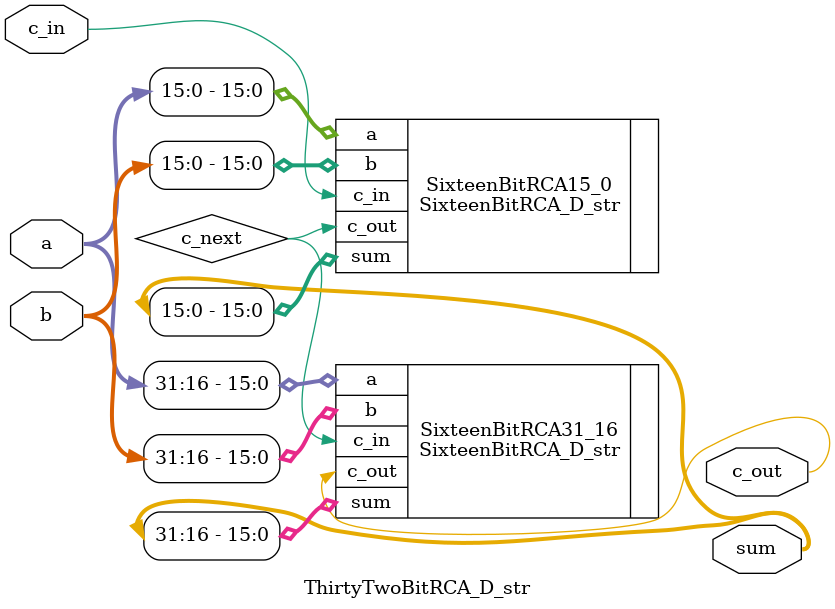
<source format=v>
`timescale 1ns / 1ps

// Delayed 32-bit ripple carry adder
module ThirtyTwoBitRCA_D_str(
    output c_out,
    output [31:0] sum,
    input [31:0] a,
    input [31:0] b,
    input c_in
    );
    
    wire c_next;            // the carry out of the 16-bit adder that sums bits 15-0 of a and b
    
    //compute sum using 2 16-bit RCA's
    SixteenBitRCA_D_str      SixteenBitRCA15_0        (.c_out(c_next), .sum(sum[15:0]), .a(a[15:0]), .b(b[15:0]), .c_in(c_in));       // compute sum of bits 15-0 of a and b with c_in using a 16-bit RCA
    SixteenBitRCA_D_str      SixteenBitRCA31_16       (.c_out(c_out), .sum(sum[31:16]), .a(a[31:16]), .b(b[31:16]), .c_in(c_next));   // compute sum of bits 31-16 of a and b with c_next using a 16-bit RCA
    
endmodule
</source>
